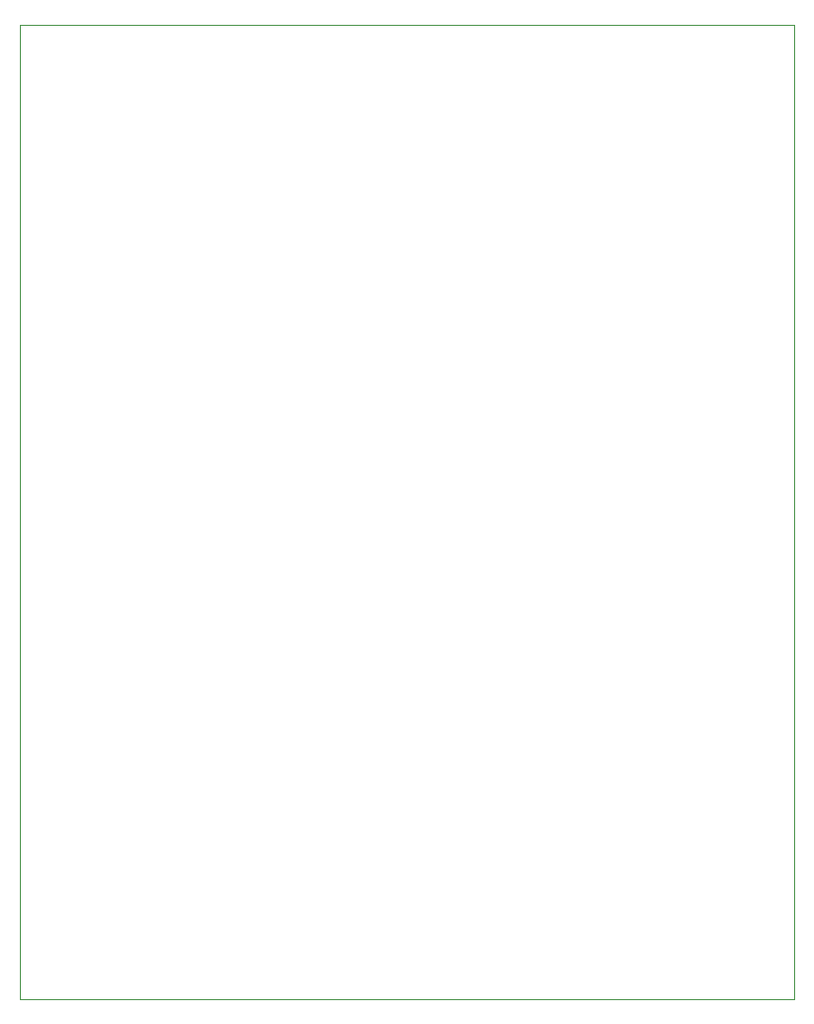
<source format=gm1>
%TF.GenerationSoftware,KiCad,Pcbnew,(6.0.4)*%
%TF.CreationDate,2022-12-06T00:22:49+09:00*%
%TF.ProjectId,gps-teseo-p,6770732d-7465-4736-956f-2d702e6b6963,rev?*%
%TF.SameCoordinates,Original*%
%TF.FileFunction,Profile,NP*%
%FSLAX46Y46*%
G04 Gerber Fmt 4.6, Leading zero omitted, Abs format (unit mm)*
G04 Created by KiCad (PCBNEW (6.0.4)) date 2022-12-06 00:22:49*
%MOMM*%
%LPD*%
G01*
G04 APERTURE LIST*
%TA.AperFunction,Profile*%
%ADD10C,0.050000*%
%TD*%
G04 APERTURE END LIST*
D10*
X60000000Y-31000000D02*
X126000000Y-31000000D01*
X126000000Y-31000000D02*
X126000000Y-114000000D01*
X126000000Y-114000000D02*
X60000000Y-114000000D01*
X60000000Y-114000000D02*
X60000000Y-31000000D01*
M02*

</source>
